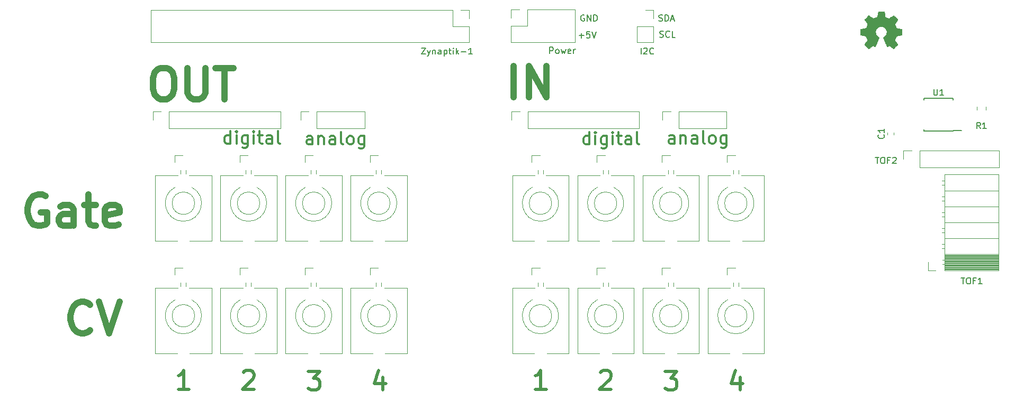
<source format=gbr>
G04 #@! TF.GenerationSoftware,KiCad,Pcbnew,5.1.6-c6e7f7d~87~ubuntu18.04.1*
G04 #@! TF.CreationDate,2021-01-10T02:12:58+01:00*
G04 #@! TF.ProjectId,ZynFace,5a796e46-6163-4652-9e6b-696361645f70,rev?*
G04 #@! TF.SameCoordinates,Original*
G04 #@! TF.FileFunction,Legend,Top*
G04 #@! TF.FilePolarity,Positive*
%FSLAX46Y46*%
G04 Gerber Fmt 4.6, Leading zero omitted, Abs format (unit mm)*
G04 Created by KiCad (PCBNEW 5.1.6-c6e7f7d~87~ubuntu18.04.1) date 2021-01-10 02:12:58*
%MOMM*%
%LPD*%
G01*
G04 APERTURE LIST*
%ADD10C,0.350000*%
%ADD11C,0.500000*%
%ADD12C,1.000000*%
%ADD13C,0.010000*%
%ADD14C,0.120000*%
%ADD15C,0.150000*%
G04 APERTURE END LIST*
D10*
X131371428Y-53004761D02*
X131371428Y-51004761D01*
X131371428Y-52909523D02*
X131180952Y-53004761D01*
X130800000Y-53004761D01*
X130609523Y-52909523D01*
X130514285Y-52814285D01*
X130419047Y-52623809D01*
X130419047Y-52052380D01*
X130514285Y-51861904D01*
X130609523Y-51766666D01*
X130800000Y-51671428D01*
X131180952Y-51671428D01*
X131371428Y-51766666D01*
X132323809Y-53004761D02*
X132323809Y-51671428D01*
X132323809Y-51004761D02*
X132228571Y-51100000D01*
X132323809Y-51195238D01*
X132419047Y-51100000D01*
X132323809Y-51004761D01*
X132323809Y-51195238D01*
X134133333Y-51671428D02*
X134133333Y-53290476D01*
X134038095Y-53480952D01*
X133942857Y-53576190D01*
X133752380Y-53671428D01*
X133466666Y-53671428D01*
X133276190Y-53576190D01*
X134133333Y-52909523D02*
X133942857Y-53004761D01*
X133561904Y-53004761D01*
X133371428Y-52909523D01*
X133276190Y-52814285D01*
X133180952Y-52623809D01*
X133180952Y-52052380D01*
X133276190Y-51861904D01*
X133371428Y-51766666D01*
X133561904Y-51671428D01*
X133942857Y-51671428D01*
X134133333Y-51766666D01*
X135085714Y-53004761D02*
X135085714Y-51671428D01*
X135085714Y-51004761D02*
X134990476Y-51100000D01*
X135085714Y-51195238D01*
X135180952Y-51100000D01*
X135085714Y-51004761D01*
X135085714Y-51195238D01*
X135752380Y-51671428D02*
X136514285Y-51671428D01*
X136038095Y-51004761D02*
X136038095Y-52719047D01*
X136133333Y-52909523D01*
X136323809Y-53004761D01*
X136514285Y-53004761D01*
X138038095Y-53004761D02*
X138038095Y-51957142D01*
X137942857Y-51766666D01*
X137752380Y-51671428D01*
X137371428Y-51671428D01*
X137180952Y-51766666D01*
X138038095Y-52909523D02*
X137847619Y-53004761D01*
X137371428Y-53004761D01*
X137180952Y-52909523D01*
X137085714Y-52719047D01*
X137085714Y-52528571D01*
X137180952Y-52338095D01*
X137371428Y-52242857D01*
X137847619Y-52242857D01*
X138038095Y-52147619D01*
X139276190Y-53004761D02*
X139085714Y-52909523D01*
X138990476Y-52719047D01*
X138990476Y-51004761D01*
X73971428Y-52904761D02*
X73971428Y-50904761D01*
X73971428Y-52809523D02*
X73780952Y-52904761D01*
X73400000Y-52904761D01*
X73209523Y-52809523D01*
X73114285Y-52714285D01*
X73019047Y-52523809D01*
X73019047Y-51952380D01*
X73114285Y-51761904D01*
X73209523Y-51666666D01*
X73400000Y-51571428D01*
X73780952Y-51571428D01*
X73971428Y-51666666D01*
X74923809Y-52904761D02*
X74923809Y-51571428D01*
X74923809Y-50904761D02*
X74828571Y-51000000D01*
X74923809Y-51095238D01*
X75019047Y-51000000D01*
X74923809Y-50904761D01*
X74923809Y-51095238D01*
X76733333Y-51571428D02*
X76733333Y-53190476D01*
X76638095Y-53380952D01*
X76542857Y-53476190D01*
X76352380Y-53571428D01*
X76066666Y-53571428D01*
X75876190Y-53476190D01*
X76733333Y-52809523D02*
X76542857Y-52904761D01*
X76161904Y-52904761D01*
X75971428Y-52809523D01*
X75876190Y-52714285D01*
X75780952Y-52523809D01*
X75780952Y-51952380D01*
X75876190Y-51761904D01*
X75971428Y-51666666D01*
X76161904Y-51571428D01*
X76542857Y-51571428D01*
X76733333Y-51666666D01*
X77685714Y-52904761D02*
X77685714Y-51571428D01*
X77685714Y-50904761D02*
X77590476Y-51000000D01*
X77685714Y-51095238D01*
X77780952Y-51000000D01*
X77685714Y-50904761D01*
X77685714Y-51095238D01*
X78352380Y-51571428D02*
X79114285Y-51571428D01*
X78638095Y-50904761D02*
X78638095Y-52619047D01*
X78733333Y-52809523D01*
X78923809Y-52904761D01*
X79114285Y-52904761D01*
X80638095Y-52904761D02*
X80638095Y-51857142D01*
X80542857Y-51666666D01*
X80352380Y-51571428D01*
X79971428Y-51571428D01*
X79780952Y-51666666D01*
X80638095Y-52809523D02*
X80447619Y-52904761D01*
X79971428Y-52904761D01*
X79780952Y-52809523D01*
X79685714Y-52619047D01*
X79685714Y-52428571D01*
X79780952Y-52238095D01*
X79971428Y-52142857D01*
X80447619Y-52142857D01*
X80638095Y-52047619D01*
X81876190Y-52904761D02*
X81685714Y-52809523D01*
X81590476Y-52619047D01*
X81590476Y-50904761D01*
X87085714Y-53004761D02*
X87085714Y-51957142D01*
X86990476Y-51766666D01*
X86800000Y-51671428D01*
X86419047Y-51671428D01*
X86228571Y-51766666D01*
X87085714Y-52909523D02*
X86895238Y-53004761D01*
X86419047Y-53004761D01*
X86228571Y-52909523D01*
X86133333Y-52719047D01*
X86133333Y-52528571D01*
X86228571Y-52338095D01*
X86419047Y-52242857D01*
X86895238Y-52242857D01*
X87085714Y-52147619D01*
X88038095Y-51671428D02*
X88038095Y-53004761D01*
X88038095Y-51861904D02*
X88133333Y-51766666D01*
X88323809Y-51671428D01*
X88609523Y-51671428D01*
X88800000Y-51766666D01*
X88895238Y-51957142D01*
X88895238Y-53004761D01*
X90704761Y-53004761D02*
X90704761Y-51957142D01*
X90609523Y-51766666D01*
X90419047Y-51671428D01*
X90038095Y-51671428D01*
X89847619Y-51766666D01*
X90704761Y-52909523D02*
X90514285Y-53004761D01*
X90038095Y-53004761D01*
X89847619Y-52909523D01*
X89752380Y-52719047D01*
X89752380Y-52528571D01*
X89847619Y-52338095D01*
X90038095Y-52242857D01*
X90514285Y-52242857D01*
X90704761Y-52147619D01*
X91942857Y-53004761D02*
X91752380Y-52909523D01*
X91657142Y-52719047D01*
X91657142Y-51004761D01*
X92990476Y-53004761D02*
X92800000Y-52909523D01*
X92704761Y-52814285D01*
X92609523Y-52623809D01*
X92609523Y-52052380D01*
X92704761Y-51861904D01*
X92800000Y-51766666D01*
X92990476Y-51671428D01*
X93276190Y-51671428D01*
X93466666Y-51766666D01*
X93561904Y-51861904D01*
X93657142Y-52052380D01*
X93657142Y-52623809D01*
X93561904Y-52814285D01*
X93466666Y-52909523D01*
X93276190Y-53004761D01*
X92990476Y-53004761D01*
X95371428Y-51671428D02*
X95371428Y-53290476D01*
X95276190Y-53480952D01*
X95180952Y-53576190D01*
X94990476Y-53671428D01*
X94704761Y-53671428D01*
X94514285Y-53576190D01*
X95371428Y-52909523D02*
X95180952Y-53004761D01*
X94800000Y-53004761D01*
X94609523Y-52909523D01*
X94514285Y-52814285D01*
X94419047Y-52623809D01*
X94419047Y-52052380D01*
X94514285Y-51861904D01*
X94609523Y-51766666D01*
X94800000Y-51671428D01*
X95180952Y-51671428D01*
X95371428Y-51766666D01*
X144985714Y-52904761D02*
X144985714Y-51857142D01*
X144890476Y-51666666D01*
X144700000Y-51571428D01*
X144319047Y-51571428D01*
X144128571Y-51666666D01*
X144985714Y-52809523D02*
X144795238Y-52904761D01*
X144319047Y-52904761D01*
X144128571Y-52809523D01*
X144033333Y-52619047D01*
X144033333Y-52428571D01*
X144128571Y-52238095D01*
X144319047Y-52142857D01*
X144795238Y-52142857D01*
X144985714Y-52047619D01*
X145938095Y-51571428D02*
X145938095Y-52904761D01*
X145938095Y-51761904D02*
X146033333Y-51666666D01*
X146223809Y-51571428D01*
X146509523Y-51571428D01*
X146700000Y-51666666D01*
X146795238Y-51857142D01*
X146795238Y-52904761D01*
X148604761Y-52904761D02*
X148604761Y-51857142D01*
X148509523Y-51666666D01*
X148319047Y-51571428D01*
X147938095Y-51571428D01*
X147747619Y-51666666D01*
X148604761Y-52809523D02*
X148414285Y-52904761D01*
X147938095Y-52904761D01*
X147747619Y-52809523D01*
X147652380Y-52619047D01*
X147652380Y-52428571D01*
X147747619Y-52238095D01*
X147938095Y-52142857D01*
X148414285Y-52142857D01*
X148604761Y-52047619D01*
X149842857Y-52904761D02*
X149652380Y-52809523D01*
X149557142Y-52619047D01*
X149557142Y-50904761D01*
X150890476Y-52904761D02*
X150700000Y-52809523D01*
X150604761Y-52714285D01*
X150509523Y-52523809D01*
X150509523Y-51952380D01*
X150604761Y-51761904D01*
X150700000Y-51666666D01*
X150890476Y-51571428D01*
X151176190Y-51571428D01*
X151366666Y-51666666D01*
X151461904Y-51761904D01*
X151557142Y-51952380D01*
X151557142Y-52523809D01*
X151461904Y-52714285D01*
X151366666Y-52809523D01*
X151176190Y-52904761D01*
X150890476Y-52904761D01*
X153271428Y-51571428D02*
X153271428Y-53190476D01*
X153176190Y-53380952D01*
X153080952Y-53476190D01*
X152890476Y-53571428D01*
X152604761Y-53571428D01*
X152414285Y-53476190D01*
X153271428Y-52809523D02*
X153080952Y-52904761D01*
X152700000Y-52904761D01*
X152509523Y-52809523D01*
X152414285Y-52714285D01*
X152319047Y-52523809D01*
X152319047Y-51952380D01*
X152414285Y-51761904D01*
X152509523Y-51666666D01*
X152700000Y-51571428D01*
X153080952Y-51571428D01*
X153271428Y-51666666D01*
D11*
X155471428Y-90357142D02*
X155471428Y-92357142D01*
X154757142Y-89214285D02*
X154042857Y-91357142D01*
X155900000Y-91357142D01*
X124457142Y-92257142D02*
X122742857Y-92257142D01*
X123600000Y-92257142D02*
X123600000Y-89257142D01*
X123314285Y-89685714D01*
X123028571Y-89971428D01*
X122742857Y-90114285D01*
X143500000Y-89357142D02*
X145357142Y-89357142D01*
X144357142Y-90500000D01*
X144785714Y-90500000D01*
X145071428Y-90642857D01*
X145214285Y-90785714D01*
X145357142Y-91071428D01*
X145357142Y-91785714D01*
X145214285Y-92071428D01*
X145071428Y-92214285D01*
X144785714Y-92357142D01*
X143928571Y-92357142D01*
X143642857Y-92214285D01*
X143500000Y-92071428D01*
X133142857Y-89542857D02*
X133285714Y-89400000D01*
X133571428Y-89257142D01*
X134285714Y-89257142D01*
X134571428Y-89400000D01*
X134714285Y-89542857D01*
X134857142Y-89828571D01*
X134857142Y-90114285D01*
X134714285Y-90542857D01*
X133000000Y-92257142D01*
X134857142Y-92257142D01*
X98371428Y-90357142D02*
X98371428Y-92357142D01*
X97657142Y-89214285D02*
X96942857Y-91357142D01*
X98800000Y-91357142D01*
X86400000Y-89357142D02*
X88257142Y-89357142D01*
X87257142Y-90500000D01*
X87685714Y-90500000D01*
X87971428Y-90642857D01*
X88114285Y-90785714D01*
X88257142Y-91071428D01*
X88257142Y-91785714D01*
X88114285Y-92071428D01*
X87971428Y-92214285D01*
X87685714Y-92357142D01*
X86828571Y-92357142D01*
X86542857Y-92214285D01*
X86400000Y-92071428D01*
X76042857Y-89542857D02*
X76185714Y-89400000D01*
X76471428Y-89257142D01*
X77185714Y-89257142D01*
X77471428Y-89400000D01*
X77614285Y-89542857D01*
X77757142Y-89828571D01*
X77757142Y-90114285D01*
X77614285Y-90542857D01*
X75900000Y-92257142D01*
X77757142Y-92257142D01*
X67357142Y-92257142D02*
X65642857Y-92257142D01*
X66500000Y-92257142D02*
X66500000Y-89257142D01*
X66214285Y-89685714D01*
X65928571Y-89971428D01*
X65642857Y-90114285D01*
D12*
X51504761Y-82785714D02*
X51266666Y-83023809D01*
X50552380Y-83261904D01*
X50076190Y-83261904D01*
X49361904Y-83023809D01*
X48885714Y-82547619D01*
X48647619Y-82071428D01*
X48409523Y-81119047D01*
X48409523Y-80404761D01*
X48647619Y-79452380D01*
X48885714Y-78976190D01*
X49361904Y-78500000D01*
X50076190Y-78261904D01*
X50552380Y-78261904D01*
X51266666Y-78500000D01*
X51504761Y-78738095D01*
X52933333Y-78261904D02*
X54600000Y-83261904D01*
X56266666Y-78261904D01*
X44376190Y-61300000D02*
X43900000Y-61061904D01*
X43185714Y-61061904D01*
X42471428Y-61300000D01*
X41995238Y-61776190D01*
X41757142Y-62252380D01*
X41519047Y-63204761D01*
X41519047Y-63919047D01*
X41757142Y-64871428D01*
X41995238Y-65347619D01*
X42471428Y-65823809D01*
X43185714Y-66061904D01*
X43661904Y-66061904D01*
X44376190Y-65823809D01*
X44614285Y-65585714D01*
X44614285Y-63919047D01*
X43661904Y-63919047D01*
X48900000Y-66061904D02*
X48900000Y-63442857D01*
X48661904Y-62966666D01*
X48185714Y-62728571D01*
X47233333Y-62728571D01*
X46757142Y-62966666D01*
X48900000Y-65823809D02*
X48423809Y-66061904D01*
X47233333Y-66061904D01*
X46757142Y-65823809D01*
X46519047Y-65347619D01*
X46519047Y-64871428D01*
X46757142Y-64395238D01*
X47233333Y-64157142D01*
X48423809Y-64157142D01*
X48900000Y-63919047D01*
X50566666Y-62728571D02*
X52471428Y-62728571D01*
X51280952Y-61061904D02*
X51280952Y-65347619D01*
X51519047Y-65823809D01*
X51995238Y-66061904D01*
X52471428Y-66061904D01*
X56042857Y-65823809D02*
X55566666Y-66061904D01*
X54614285Y-66061904D01*
X54138095Y-65823809D01*
X53899999Y-65347619D01*
X53899999Y-63442857D01*
X54138095Y-62966666D01*
X54614285Y-62728571D01*
X55566666Y-62728571D01*
X56042857Y-62966666D01*
X56280952Y-63442857D01*
X56280952Y-63919047D01*
X53899999Y-64395238D01*
X119280952Y-45461904D02*
X119280952Y-40461904D01*
X121661904Y-45461904D02*
X121661904Y-40461904D01*
X124519047Y-45461904D01*
X124519047Y-40461904D01*
X62800000Y-40761904D02*
X63752380Y-40761904D01*
X64228571Y-41000000D01*
X64704761Y-41476190D01*
X64942857Y-42428571D01*
X64942857Y-44095238D01*
X64704761Y-45047619D01*
X64228571Y-45523809D01*
X63752380Y-45761904D01*
X62800000Y-45761904D01*
X62323809Y-45523809D01*
X61847619Y-45047619D01*
X61609523Y-44095238D01*
X61609523Y-42428571D01*
X61847619Y-41476190D01*
X62323809Y-41000000D01*
X62800000Y-40761904D01*
X67085714Y-40761904D02*
X67085714Y-44809523D01*
X67323809Y-45285714D01*
X67561904Y-45523809D01*
X68038095Y-45761904D01*
X68990476Y-45761904D01*
X69466666Y-45523809D01*
X69704761Y-45285714D01*
X69942857Y-44809523D01*
X69942857Y-40761904D01*
X71609523Y-40761904D02*
X74466666Y-40761904D01*
X73038095Y-45761904D02*
X73038095Y-40761904D01*
D13*
G36*
X178555814Y-32168931D02*
G01*
X178639635Y-32613555D01*
X178948920Y-32741053D01*
X179258206Y-32868551D01*
X179629246Y-32616246D01*
X179733157Y-32545996D01*
X179827087Y-32483272D01*
X179906652Y-32430938D01*
X179967470Y-32391857D01*
X180005157Y-32368893D01*
X180015421Y-32363942D01*
X180033910Y-32376676D01*
X180073420Y-32411882D01*
X180129522Y-32465062D01*
X180197787Y-32531718D01*
X180273786Y-32607354D01*
X180353092Y-32687472D01*
X180431275Y-32767574D01*
X180503907Y-32843164D01*
X180566559Y-32909745D01*
X180614803Y-32962818D01*
X180644210Y-32997887D01*
X180651241Y-33009623D01*
X180641123Y-33031260D01*
X180612759Y-33078662D01*
X180569129Y-33147193D01*
X180513218Y-33232215D01*
X180448006Y-33329093D01*
X180410219Y-33384350D01*
X180341343Y-33485248D01*
X180280140Y-33576299D01*
X180229578Y-33652970D01*
X180192628Y-33710728D01*
X180172258Y-33745043D01*
X180169197Y-33752254D01*
X180176136Y-33772748D01*
X180195051Y-33820513D01*
X180223087Y-33888832D01*
X180257391Y-33970989D01*
X180295109Y-34060270D01*
X180333387Y-34149958D01*
X180369370Y-34233338D01*
X180400206Y-34303694D01*
X180423039Y-34354310D01*
X180435017Y-34378471D01*
X180435724Y-34379422D01*
X180454531Y-34384036D01*
X180504618Y-34394328D01*
X180580793Y-34409287D01*
X180677865Y-34427901D01*
X180790643Y-34449159D01*
X180856442Y-34461418D01*
X180976950Y-34484362D01*
X181085797Y-34506195D01*
X181177476Y-34525722D01*
X181246481Y-34541748D01*
X181287304Y-34553079D01*
X181295511Y-34556674D01*
X181303548Y-34581006D01*
X181310033Y-34635959D01*
X181314970Y-34715108D01*
X181318364Y-34812026D01*
X181320218Y-34920287D01*
X181320538Y-35033465D01*
X181319327Y-35145135D01*
X181316590Y-35248868D01*
X181312331Y-35338241D01*
X181306555Y-35406826D01*
X181299267Y-35448197D01*
X181294895Y-35456810D01*
X181268764Y-35467133D01*
X181213393Y-35481892D01*
X181136107Y-35499352D01*
X181044230Y-35517780D01*
X181012158Y-35523741D01*
X180857524Y-35552066D01*
X180735375Y-35574876D01*
X180641673Y-35593080D01*
X180572384Y-35607583D01*
X180523471Y-35619292D01*
X180490897Y-35629115D01*
X180470628Y-35637956D01*
X180458626Y-35646724D01*
X180456947Y-35648457D01*
X180440184Y-35676371D01*
X180414614Y-35730695D01*
X180382788Y-35804777D01*
X180347260Y-35891965D01*
X180310583Y-35985608D01*
X180275311Y-36079052D01*
X180243996Y-36165647D01*
X180219193Y-36238740D01*
X180203454Y-36291678D01*
X180199332Y-36317811D01*
X180199676Y-36318726D01*
X180213641Y-36340086D01*
X180245322Y-36387084D01*
X180291391Y-36454827D01*
X180348518Y-36538423D01*
X180413373Y-36632982D01*
X180431843Y-36659854D01*
X180497699Y-36757275D01*
X180555650Y-36846163D01*
X180602538Y-36921412D01*
X180635207Y-36977920D01*
X180650500Y-37010581D01*
X180651241Y-37014593D01*
X180638392Y-37035684D01*
X180602888Y-37077464D01*
X180549293Y-37135445D01*
X180482171Y-37205135D01*
X180406087Y-37282045D01*
X180325604Y-37361683D01*
X180245287Y-37439561D01*
X180169699Y-37511186D01*
X180103405Y-37572070D01*
X180050969Y-37617721D01*
X180016955Y-37643650D01*
X180007545Y-37647883D01*
X179985643Y-37637912D01*
X179940800Y-37611020D01*
X179880321Y-37571736D01*
X179833789Y-37540117D01*
X179749475Y-37482098D01*
X179649626Y-37413784D01*
X179549473Y-37345579D01*
X179495627Y-37309075D01*
X179313371Y-37185800D01*
X179160381Y-37268520D01*
X179090682Y-37304759D01*
X179031414Y-37332926D01*
X178991311Y-37348991D01*
X178981103Y-37351226D01*
X178968829Y-37334722D01*
X178944613Y-37288082D01*
X178910263Y-37215609D01*
X178867588Y-37121606D01*
X178818394Y-37010374D01*
X178764490Y-36886215D01*
X178707684Y-36753432D01*
X178649782Y-36616327D01*
X178592593Y-36479202D01*
X178537924Y-36346358D01*
X178487584Y-36222098D01*
X178443380Y-36110725D01*
X178407119Y-36016539D01*
X178380609Y-35943844D01*
X178365658Y-35896941D01*
X178363254Y-35880833D01*
X178382311Y-35860286D01*
X178424036Y-35826933D01*
X178479706Y-35787702D01*
X178484378Y-35784599D01*
X178628264Y-35669423D01*
X178744283Y-35535053D01*
X178831430Y-35385784D01*
X178888699Y-35225913D01*
X178915086Y-35059737D01*
X178909585Y-34891552D01*
X178871190Y-34725655D01*
X178798895Y-34566342D01*
X178777626Y-34531487D01*
X178666996Y-34390737D01*
X178536302Y-34277714D01*
X178390064Y-34193003D01*
X178232808Y-34137194D01*
X178069057Y-34110874D01*
X177903333Y-34114630D01*
X177740162Y-34149050D01*
X177584065Y-34214723D01*
X177439567Y-34312235D01*
X177394869Y-34351813D01*
X177281112Y-34475703D01*
X177198218Y-34606124D01*
X177141356Y-34752315D01*
X177109687Y-34897088D01*
X177101869Y-35059860D01*
X177127938Y-35223440D01*
X177185245Y-35382298D01*
X177271144Y-35530906D01*
X177382986Y-35663735D01*
X177518123Y-35775256D01*
X177535883Y-35787011D01*
X177592150Y-35825508D01*
X177634923Y-35858863D01*
X177655372Y-35880160D01*
X177655669Y-35880833D01*
X177651279Y-35903871D01*
X177633876Y-35956157D01*
X177605268Y-36033390D01*
X177567265Y-36131268D01*
X177521674Y-36245491D01*
X177470303Y-36371758D01*
X177414962Y-36505767D01*
X177357458Y-36643218D01*
X177299601Y-36779808D01*
X177243198Y-36911237D01*
X177190058Y-37033205D01*
X177141990Y-37141409D01*
X177100801Y-37231549D01*
X177068301Y-37299323D01*
X177046297Y-37340430D01*
X177037436Y-37351226D01*
X177010360Y-37342819D01*
X176959697Y-37320272D01*
X176894183Y-37287613D01*
X176858159Y-37268520D01*
X176705168Y-37185800D01*
X176522912Y-37309075D01*
X176429875Y-37372228D01*
X176328015Y-37441727D01*
X176232562Y-37507165D01*
X176184750Y-37540117D01*
X176117505Y-37585273D01*
X176060564Y-37621057D01*
X176021354Y-37642938D01*
X176008619Y-37647563D01*
X175990083Y-37635085D01*
X175949059Y-37600252D01*
X175889525Y-37546678D01*
X175815458Y-37477983D01*
X175730835Y-37397781D01*
X175677315Y-37346286D01*
X175583681Y-37254286D01*
X175502759Y-37171999D01*
X175437823Y-37102945D01*
X175392142Y-37050644D01*
X175368989Y-37018616D01*
X175366768Y-37012116D01*
X175377076Y-36987394D01*
X175405561Y-36937405D01*
X175449063Y-36867212D01*
X175504423Y-36781875D01*
X175568480Y-36686456D01*
X175586697Y-36659854D01*
X175653073Y-36563167D01*
X175712622Y-36476117D01*
X175762016Y-36403595D01*
X175797925Y-36350493D01*
X175817019Y-36321703D01*
X175818864Y-36318726D01*
X175816105Y-36295782D01*
X175801462Y-36245336D01*
X175777487Y-36174041D01*
X175746734Y-36088547D01*
X175711756Y-35995507D01*
X175675107Y-35901574D01*
X175639339Y-35813399D01*
X175607006Y-35737634D01*
X175580662Y-35680931D01*
X175562858Y-35649943D01*
X175561593Y-35648457D01*
X175550706Y-35639601D01*
X175532318Y-35630843D01*
X175502394Y-35621277D01*
X175456897Y-35609996D01*
X175391791Y-35596093D01*
X175303039Y-35578663D01*
X175186607Y-35556798D01*
X175038458Y-35529591D01*
X175006382Y-35523741D01*
X174911314Y-35505374D01*
X174828435Y-35487405D01*
X174765070Y-35471569D01*
X174728542Y-35459600D01*
X174723644Y-35456810D01*
X174715573Y-35432072D01*
X174709013Y-35376790D01*
X174703967Y-35297389D01*
X174700441Y-35200296D01*
X174698439Y-35091938D01*
X174697964Y-34978740D01*
X174699023Y-34867128D01*
X174701618Y-34763529D01*
X174705754Y-34674368D01*
X174711437Y-34606072D01*
X174718669Y-34565066D01*
X174723029Y-34556674D01*
X174747302Y-34548208D01*
X174802574Y-34534435D01*
X174883338Y-34516550D01*
X174984088Y-34495748D01*
X175099317Y-34473223D01*
X175162098Y-34461418D01*
X175281213Y-34439151D01*
X175387435Y-34418979D01*
X175475573Y-34401915D01*
X175540434Y-34388969D01*
X175576826Y-34381155D01*
X175582816Y-34379422D01*
X175592939Y-34359890D01*
X175614338Y-34312843D01*
X175644161Y-34245003D01*
X175679555Y-34163091D01*
X175717668Y-34073828D01*
X175755647Y-33983935D01*
X175790640Y-33900135D01*
X175819794Y-33829147D01*
X175840257Y-33777694D01*
X175849177Y-33752497D01*
X175849343Y-33751396D01*
X175839231Y-33731519D01*
X175810883Y-33685777D01*
X175767277Y-33618717D01*
X175711394Y-33534884D01*
X175646213Y-33438826D01*
X175608321Y-33383650D01*
X175539275Y-33282481D01*
X175477950Y-33190630D01*
X175427337Y-33112744D01*
X175390429Y-33053469D01*
X175370218Y-33017451D01*
X175367299Y-33009377D01*
X175379847Y-32990584D01*
X175414537Y-32950457D01*
X175466937Y-32893493D01*
X175532616Y-32824185D01*
X175607144Y-32747031D01*
X175686087Y-32666525D01*
X175765017Y-32587163D01*
X175839500Y-32513440D01*
X175905106Y-32449852D01*
X175957404Y-32400894D01*
X175991961Y-32371061D01*
X176003522Y-32363942D01*
X176022346Y-32373953D01*
X176067369Y-32402078D01*
X176134213Y-32445454D01*
X176218501Y-32501218D01*
X176315856Y-32566506D01*
X176389293Y-32616246D01*
X176760333Y-32868551D01*
X177378905Y-32613555D01*
X177462725Y-32168931D01*
X177546546Y-31724307D01*
X178471994Y-31724307D01*
X178555814Y-32168931D01*
G37*
X178555814Y-32168931D02*
X178639635Y-32613555D01*
X178948920Y-32741053D01*
X179258206Y-32868551D01*
X179629246Y-32616246D01*
X179733157Y-32545996D01*
X179827087Y-32483272D01*
X179906652Y-32430938D01*
X179967470Y-32391857D01*
X180005157Y-32368893D01*
X180015421Y-32363942D01*
X180033910Y-32376676D01*
X180073420Y-32411882D01*
X180129522Y-32465062D01*
X180197787Y-32531718D01*
X180273786Y-32607354D01*
X180353092Y-32687472D01*
X180431275Y-32767574D01*
X180503907Y-32843164D01*
X180566559Y-32909745D01*
X180614803Y-32962818D01*
X180644210Y-32997887D01*
X180651241Y-33009623D01*
X180641123Y-33031260D01*
X180612759Y-33078662D01*
X180569129Y-33147193D01*
X180513218Y-33232215D01*
X180448006Y-33329093D01*
X180410219Y-33384350D01*
X180341343Y-33485248D01*
X180280140Y-33576299D01*
X180229578Y-33652970D01*
X180192628Y-33710728D01*
X180172258Y-33745043D01*
X180169197Y-33752254D01*
X180176136Y-33772748D01*
X180195051Y-33820513D01*
X180223087Y-33888832D01*
X180257391Y-33970989D01*
X180295109Y-34060270D01*
X180333387Y-34149958D01*
X180369370Y-34233338D01*
X180400206Y-34303694D01*
X180423039Y-34354310D01*
X180435017Y-34378471D01*
X180435724Y-34379422D01*
X180454531Y-34384036D01*
X180504618Y-34394328D01*
X180580793Y-34409287D01*
X180677865Y-34427901D01*
X180790643Y-34449159D01*
X180856442Y-34461418D01*
X180976950Y-34484362D01*
X181085797Y-34506195D01*
X181177476Y-34525722D01*
X181246481Y-34541748D01*
X181287304Y-34553079D01*
X181295511Y-34556674D01*
X181303548Y-34581006D01*
X181310033Y-34635959D01*
X181314970Y-34715108D01*
X181318364Y-34812026D01*
X181320218Y-34920287D01*
X181320538Y-35033465D01*
X181319327Y-35145135D01*
X181316590Y-35248868D01*
X181312331Y-35338241D01*
X181306555Y-35406826D01*
X181299267Y-35448197D01*
X181294895Y-35456810D01*
X181268764Y-35467133D01*
X181213393Y-35481892D01*
X181136107Y-35499352D01*
X181044230Y-35517780D01*
X181012158Y-35523741D01*
X180857524Y-35552066D01*
X180735375Y-35574876D01*
X180641673Y-35593080D01*
X180572384Y-35607583D01*
X180523471Y-35619292D01*
X180490897Y-35629115D01*
X180470628Y-35637956D01*
X180458626Y-35646724D01*
X180456947Y-35648457D01*
X180440184Y-35676371D01*
X180414614Y-35730695D01*
X180382788Y-35804777D01*
X180347260Y-35891965D01*
X180310583Y-35985608D01*
X180275311Y-36079052D01*
X180243996Y-36165647D01*
X180219193Y-36238740D01*
X180203454Y-36291678D01*
X180199332Y-36317811D01*
X180199676Y-36318726D01*
X180213641Y-36340086D01*
X180245322Y-36387084D01*
X180291391Y-36454827D01*
X180348518Y-36538423D01*
X180413373Y-36632982D01*
X180431843Y-36659854D01*
X180497699Y-36757275D01*
X180555650Y-36846163D01*
X180602538Y-36921412D01*
X180635207Y-36977920D01*
X180650500Y-37010581D01*
X180651241Y-37014593D01*
X180638392Y-37035684D01*
X180602888Y-37077464D01*
X180549293Y-37135445D01*
X180482171Y-37205135D01*
X180406087Y-37282045D01*
X180325604Y-37361683D01*
X180245287Y-37439561D01*
X180169699Y-37511186D01*
X180103405Y-37572070D01*
X180050969Y-37617721D01*
X180016955Y-37643650D01*
X180007545Y-37647883D01*
X179985643Y-37637912D01*
X179940800Y-37611020D01*
X179880321Y-37571736D01*
X179833789Y-37540117D01*
X179749475Y-37482098D01*
X179649626Y-37413784D01*
X179549473Y-37345579D01*
X179495627Y-37309075D01*
X179313371Y-37185800D01*
X179160381Y-37268520D01*
X179090682Y-37304759D01*
X179031414Y-37332926D01*
X178991311Y-37348991D01*
X178981103Y-37351226D01*
X178968829Y-37334722D01*
X178944613Y-37288082D01*
X178910263Y-37215609D01*
X178867588Y-37121606D01*
X178818394Y-37010374D01*
X178764490Y-36886215D01*
X178707684Y-36753432D01*
X178649782Y-36616327D01*
X178592593Y-36479202D01*
X178537924Y-36346358D01*
X178487584Y-36222098D01*
X178443380Y-36110725D01*
X178407119Y-36016539D01*
X178380609Y-35943844D01*
X178365658Y-35896941D01*
X178363254Y-35880833D01*
X178382311Y-35860286D01*
X178424036Y-35826933D01*
X178479706Y-35787702D01*
X178484378Y-35784599D01*
X178628264Y-35669423D01*
X178744283Y-35535053D01*
X178831430Y-35385784D01*
X178888699Y-35225913D01*
X178915086Y-35059737D01*
X178909585Y-34891552D01*
X178871190Y-34725655D01*
X178798895Y-34566342D01*
X178777626Y-34531487D01*
X178666996Y-34390737D01*
X178536302Y-34277714D01*
X178390064Y-34193003D01*
X178232808Y-34137194D01*
X178069057Y-34110874D01*
X177903333Y-34114630D01*
X177740162Y-34149050D01*
X177584065Y-34214723D01*
X177439567Y-34312235D01*
X177394869Y-34351813D01*
X177281112Y-34475703D01*
X177198218Y-34606124D01*
X177141356Y-34752315D01*
X177109687Y-34897088D01*
X177101869Y-35059860D01*
X177127938Y-35223440D01*
X177185245Y-35382298D01*
X177271144Y-35530906D01*
X177382986Y-35663735D01*
X177518123Y-35775256D01*
X177535883Y-35787011D01*
X177592150Y-35825508D01*
X177634923Y-35858863D01*
X177655372Y-35880160D01*
X177655669Y-35880833D01*
X177651279Y-35903871D01*
X177633876Y-35956157D01*
X177605268Y-36033390D01*
X177567265Y-36131268D01*
X177521674Y-36245491D01*
X177470303Y-36371758D01*
X177414962Y-36505767D01*
X177357458Y-36643218D01*
X177299601Y-36779808D01*
X177243198Y-36911237D01*
X177190058Y-37033205D01*
X177141990Y-37141409D01*
X177100801Y-37231549D01*
X177068301Y-37299323D01*
X177046297Y-37340430D01*
X177037436Y-37351226D01*
X177010360Y-37342819D01*
X176959697Y-37320272D01*
X176894183Y-37287613D01*
X176858159Y-37268520D01*
X176705168Y-37185800D01*
X176522912Y-37309075D01*
X176429875Y-37372228D01*
X176328015Y-37441727D01*
X176232562Y-37507165D01*
X176184750Y-37540117D01*
X176117505Y-37585273D01*
X176060564Y-37621057D01*
X176021354Y-37642938D01*
X176008619Y-37647563D01*
X175990083Y-37635085D01*
X175949059Y-37600252D01*
X175889525Y-37546678D01*
X175815458Y-37477983D01*
X175730835Y-37397781D01*
X175677315Y-37346286D01*
X175583681Y-37254286D01*
X175502759Y-37171999D01*
X175437823Y-37102945D01*
X175392142Y-37050644D01*
X175368989Y-37018616D01*
X175366768Y-37012116D01*
X175377076Y-36987394D01*
X175405561Y-36937405D01*
X175449063Y-36867212D01*
X175504423Y-36781875D01*
X175568480Y-36686456D01*
X175586697Y-36659854D01*
X175653073Y-36563167D01*
X175712622Y-36476117D01*
X175762016Y-36403595D01*
X175797925Y-36350493D01*
X175817019Y-36321703D01*
X175818864Y-36318726D01*
X175816105Y-36295782D01*
X175801462Y-36245336D01*
X175777487Y-36174041D01*
X175746734Y-36088547D01*
X175711756Y-35995507D01*
X175675107Y-35901574D01*
X175639339Y-35813399D01*
X175607006Y-35737634D01*
X175580662Y-35680931D01*
X175562858Y-35649943D01*
X175561593Y-35648457D01*
X175550706Y-35639601D01*
X175532318Y-35630843D01*
X175502394Y-35621277D01*
X175456897Y-35609996D01*
X175391791Y-35596093D01*
X175303039Y-35578663D01*
X175186607Y-35556798D01*
X175038458Y-35529591D01*
X175006382Y-35523741D01*
X174911314Y-35505374D01*
X174828435Y-35487405D01*
X174765070Y-35471569D01*
X174728542Y-35459600D01*
X174723644Y-35456810D01*
X174715573Y-35432072D01*
X174709013Y-35376790D01*
X174703967Y-35297389D01*
X174700441Y-35200296D01*
X174698439Y-35091938D01*
X174697964Y-34978740D01*
X174699023Y-34867128D01*
X174701618Y-34763529D01*
X174705754Y-34674368D01*
X174711437Y-34606072D01*
X174718669Y-34565066D01*
X174723029Y-34556674D01*
X174747302Y-34548208D01*
X174802574Y-34534435D01*
X174883338Y-34516550D01*
X174984088Y-34495748D01*
X175099317Y-34473223D01*
X175162098Y-34461418D01*
X175281213Y-34439151D01*
X175387435Y-34418979D01*
X175475573Y-34401915D01*
X175540434Y-34388969D01*
X175576826Y-34381155D01*
X175582816Y-34379422D01*
X175592939Y-34359890D01*
X175614338Y-34312843D01*
X175644161Y-34245003D01*
X175679555Y-34163091D01*
X175717668Y-34073828D01*
X175755647Y-33983935D01*
X175790640Y-33900135D01*
X175819794Y-33829147D01*
X175840257Y-33777694D01*
X175849177Y-33752497D01*
X175849343Y-33751396D01*
X175839231Y-33731519D01*
X175810883Y-33685777D01*
X175767277Y-33618717D01*
X175711394Y-33534884D01*
X175646213Y-33438826D01*
X175608321Y-33383650D01*
X175539275Y-33282481D01*
X175477950Y-33190630D01*
X175427337Y-33112744D01*
X175390429Y-33053469D01*
X175370218Y-33017451D01*
X175367299Y-33009377D01*
X175379847Y-32990584D01*
X175414537Y-32950457D01*
X175466937Y-32893493D01*
X175532616Y-32824185D01*
X175607144Y-32747031D01*
X175686087Y-32666525D01*
X175765017Y-32587163D01*
X175839500Y-32513440D01*
X175905106Y-32449852D01*
X175957404Y-32400894D01*
X175991961Y-32371061D01*
X176003522Y-32363942D01*
X176022346Y-32373953D01*
X176067369Y-32402078D01*
X176134213Y-32445454D01*
X176218501Y-32501218D01*
X176315856Y-32566506D01*
X176389293Y-32616246D01*
X176760333Y-32868551D01*
X177378905Y-32613555D01*
X177462725Y-32168931D01*
X177546546Y-31724307D01*
X178471994Y-31724307D01*
X178555814Y-32168931D01*
D14*
X122140000Y-72820000D02*
X123460000Y-72820000D01*
X122140000Y-72820000D02*
X122140000Y-73920000D01*
X123960000Y-75200000D02*
X123960000Y-75800000D01*
X123120000Y-75200000D02*
X123120000Y-75800000D01*
X125340000Y-80480000D02*
G75*
G03*
X125340000Y-80480000I-1800000J0D01*
G01*
X122640000Y-75980000D02*
X119040000Y-75980000D01*
X128040000Y-75980000D02*
X124440000Y-75980000D01*
X122540000Y-86480000D02*
X119040000Y-86480000D01*
X128040000Y-86480000D02*
X124540000Y-86480000D01*
X128040000Y-75980000D02*
X128040000Y-86480000D01*
X119040000Y-75980000D02*
X119040000Y-86480000D01*
X122243737Y-77891423D02*
G75*
G03*
X123540000Y-83375000I1296263J-2588577D01*
G01*
X124836263Y-77891423D02*
G75*
G02*
X123540000Y-83375000I-1296263J-2588577D01*
G01*
X129454000Y-75980000D02*
X129454000Y-86480000D01*
X138454000Y-75980000D02*
X138454000Y-86480000D01*
X138454000Y-86480000D02*
X134954000Y-86480000D01*
X132954000Y-86480000D02*
X129454000Y-86480000D01*
X138454000Y-75980000D02*
X134854000Y-75980000D01*
X133054000Y-75980000D02*
X129454000Y-75980000D01*
X135754000Y-80480000D02*
G75*
G03*
X135754000Y-80480000I-1800000J0D01*
G01*
X133534000Y-75200000D02*
X133534000Y-75800000D01*
X134374000Y-75200000D02*
X134374000Y-75800000D01*
X132554000Y-72820000D02*
X132554000Y-73920000D01*
X132554000Y-72820000D02*
X133874000Y-72820000D01*
X135250263Y-77891423D02*
G75*
G02*
X133954000Y-83375000I-1296263J-2588577D01*
G01*
X132657737Y-77891423D02*
G75*
G03*
X133954000Y-83375000I1296263J-2588577D01*
G01*
X142968000Y-72820000D02*
X144288000Y-72820000D01*
X142968000Y-72820000D02*
X142968000Y-73920000D01*
X144788000Y-75200000D02*
X144788000Y-75800000D01*
X143948000Y-75200000D02*
X143948000Y-75800000D01*
X146168000Y-80480000D02*
G75*
G03*
X146168000Y-80480000I-1800000J0D01*
G01*
X143468000Y-75980000D02*
X139868000Y-75980000D01*
X148868000Y-75980000D02*
X145268000Y-75980000D01*
X143368000Y-86480000D02*
X139868000Y-86480000D01*
X148868000Y-86480000D02*
X145368000Y-86480000D01*
X148868000Y-75980000D02*
X148868000Y-86480000D01*
X139868000Y-75980000D02*
X139868000Y-86480000D01*
X143071737Y-77891423D02*
G75*
G03*
X144368000Y-83375000I1296263J-2588577D01*
G01*
X145664263Y-77891423D02*
G75*
G02*
X144368000Y-83375000I-1296263J-2588577D01*
G01*
X150282000Y-75980000D02*
X150282000Y-86480000D01*
X159282000Y-75980000D02*
X159282000Y-86480000D01*
X159282000Y-86480000D02*
X155782000Y-86480000D01*
X153782000Y-86480000D02*
X150282000Y-86480000D01*
X159282000Y-75980000D02*
X155682000Y-75980000D01*
X153882000Y-75980000D02*
X150282000Y-75980000D01*
X156582000Y-80480000D02*
G75*
G03*
X156582000Y-80480000I-1800000J0D01*
G01*
X154362000Y-75200000D02*
X154362000Y-75800000D01*
X155202000Y-75200000D02*
X155202000Y-75800000D01*
X153382000Y-72820000D02*
X153382000Y-73920000D01*
X153382000Y-72820000D02*
X154702000Y-72820000D01*
X156078263Y-77891423D02*
G75*
G02*
X154782000Y-83375000I-1296263J-2588577D01*
G01*
X153485737Y-77891423D02*
G75*
G03*
X154782000Y-83375000I1296263J-2588577D01*
G01*
X119040000Y-57946000D02*
X119040000Y-68446000D01*
X128040000Y-57946000D02*
X128040000Y-68446000D01*
X128040000Y-68446000D02*
X124540000Y-68446000D01*
X122540000Y-68446000D02*
X119040000Y-68446000D01*
X128040000Y-57946000D02*
X124440000Y-57946000D01*
X122640000Y-57946000D02*
X119040000Y-57946000D01*
X125340000Y-62446000D02*
G75*
G03*
X125340000Y-62446000I-1800000J0D01*
G01*
X123120000Y-57166000D02*
X123120000Y-57766000D01*
X123960000Y-57166000D02*
X123960000Y-57766000D01*
X122140000Y-54786000D02*
X122140000Y-55886000D01*
X122140000Y-54786000D02*
X123460000Y-54786000D01*
X124836263Y-59857423D02*
G75*
G02*
X123540000Y-65341000I-1296263J-2588577D01*
G01*
X122243737Y-59857423D02*
G75*
G03*
X123540000Y-65341000I1296263J-2588577D01*
G01*
X129454000Y-57946000D02*
X129454000Y-68446000D01*
X138454000Y-57946000D02*
X138454000Y-68446000D01*
X138454000Y-68446000D02*
X134954000Y-68446000D01*
X132954000Y-68446000D02*
X129454000Y-68446000D01*
X138454000Y-57946000D02*
X134854000Y-57946000D01*
X133054000Y-57946000D02*
X129454000Y-57946000D01*
X135754000Y-62446000D02*
G75*
G03*
X135754000Y-62446000I-1800000J0D01*
G01*
X133534000Y-57166000D02*
X133534000Y-57766000D01*
X134374000Y-57166000D02*
X134374000Y-57766000D01*
X132554000Y-54786000D02*
X132554000Y-55886000D01*
X132554000Y-54786000D02*
X133874000Y-54786000D01*
X135250263Y-59857423D02*
G75*
G02*
X133954000Y-65341000I-1296263J-2588577D01*
G01*
X132657737Y-59857423D02*
G75*
G03*
X133954000Y-65341000I1296263J-2588577D01*
G01*
X142968000Y-54786000D02*
X144288000Y-54786000D01*
X142968000Y-54786000D02*
X142968000Y-55886000D01*
X144788000Y-57166000D02*
X144788000Y-57766000D01*
X143948000Y-57166000D02*
X143948000Y-57766000D01*
X146168000Y-62446000D02*
G75*
G03*
X146168000Y-62446000I-1800000J0D01*
G01*
X143468000Y-57946000D02*
X139868000Y-57946000D01*
X148868000Y-57946000D02*
X145268000Y-57946000D01*
X143368000Y-68446000D02*
X139868000Y-68446000D01*
X148868000Y-68446000D02*
X145368000Y-68446000D01*
X148868000Y-57946000D02*
X148868000Y-68446000D01*
X139868000Y-57946000D02*
X139868000Y-68446000D01*
X143071737Y-59857423D02*
G75*
G03*
X144368000Y-65341000I1296263J-2588577D01*
G01*
X145664263Y-59857423D02*
G75*
G02*
X144368000Y-65341000I-1296263J-2588577D01*
G01*
X153382000Y-54786000D02*
X154702000Y-54786000D01*
X153382000Y-54786000D02*
X153382000Y-55886000D01*
X155202000Y-57166000D02*
X155202000Y-57766000D01*
X154362000Y-57166000D02*
X154362000Y-57766000D01*
X156582000Y-62446000D02*
G75*
G03*
X156582000Y-62446000I-1800000J0D01*
G01*
X153882000Y-57946000D02*
X150282000Y-57946000D01*
X159282000Y-57946000D02*
X155682000Y-57946000D01*
X153782000Y-68446000D02*
X150282000Y-68446000D01*
X159282000Y-68446000D02*
X155782000Y-68446000D01*
X159282000Y-57946000D02*
X159282000Y-68446000D01*
X150282000Y-57946000D02*
X150282000Y-68446000D01*
X153485737Y-59857423D02*
G75*
G03*
X154782000Y-65341000I1296263J-2588577D01*
G01*
X156078263Y-59857423D02*
G75*
G02*
X154782000Y-65341000I-1296263J-2588577D01*
G01*
X194766000Y-47505252D02*
X194766000Y-46982748D01*
X193346000Y-47505252D02*
X193346000Y-46982748D01*
X112130000Y-31470000D02*
X112130000Y-32800000D01*
X110800000Y-31470000D02*
X112130000Y-31470000D01*
X112130000Y-34070000D02*
X112130000Y-36670000D01*
X109530000Y-34070000D02*
X112130000Y-34070000D01*
X109530000Y-31470000D02*
X109530000Y-34070000D01*
X112130000Y-36670000D02*
X61210000Y-36670000D01*
X109530000Y-31470000D02*
X61210000Y-31470000D01*
X61210000Y-31470000D02*
X61210000Y-36670000D01*
D15*
X189523000Y-50760000D02*
X190873000Y-50760000D01*
X189523000Y-45635000D02*
X184873000Y-45635000D01*
X189523000Y-50885000D02*
X184873000Y-50885000D01*
X189523000Y-45635000D02*
X189523000Y-45860000D01*
X184873000Y-45635000D02*
X184873000Y-45860000D01*
X184873000Y-50885000D02*
X184873000Y-50660000D01*
X189523000Y-50885000D02*
X189523000Y-50760000D01*
D14*
X186690000Y-73212000D02*
X185580000Y-73212000D01*
X185580000Y-73212000D02*
X185580000Y-71882000D01*
X196780000Y-73212000D02*
X196780000Y-57852000D01*
X196780000Y-57852000D02*
X188150000Y-57852000D01*
X188150000Y-73212000D02*
X188150000Y-57852000D01*
X196780000Y-73212000D02*
X188150000Y-73212000D01*
X196780000Y-60452000D02*
X188150000Y-60452000D01*
X196780000Y-62992000D02*
X188150000Y-62992000D01*
X196780000Y-65532000D02*
X188150000Y-65532000D01*
X196780000Y-68072000D02*
X188150000Y-68072000D01*
X196780000Y-70612000D02*
X188150000Y-70612000D01*
X188150000Y-58822000D02*
X187740000Y-58822000D01*
X188150000Y-59542000D02*
X187740000Y-59542000D01*
X188150000Y-61362000D02*
X187740000Y-61362000D01*
X188150000Y-62082000D02*
X187740000Y-62082000D01*
X188150000Y-63902000D02*
X187740000Y-63902000D01*
X188150000Y-64622000D02*
X187740000Y-64622000D01*
X188150000Y-66442000D02*
X187740000Y-66442000D01*
X188150000Y-67162000D02*
X187740000Y-67162000D01*
X188150000Y-68982000D02*
X187740000Y-68982000D01*
X188150000Y-69702000D02*
X187740000Y-69702000D01*
X188150000Y-71522000D02*
X187800000Y-71522000D01*
X188150000Y-72242000D02*
X187800000Y-72242000D01*
X196780000Y-70730100D02*
X188150000Y-70730100D01*
X196780000Y-70848195D02*
X188150000Y-70848195D01*
X196780000Y-70966290D02*
X188150000Y-70966290D01*
X196780000Y-71084385D02*
X188150000Y-71084385D01*
X196780000Y-71202480D02*
X188150000Y-71202480D01*
X196780000Y-71320575D02*
X188150000Y-71320575D01*
X196780000Y-71438670D02*
X188150000Y-71438670D01*
X196780000Y-71556765D02*
X188150000Y-71556765D01*
X196780000Y-71674860D02*
X188150000Y-71674860D01*
X196780000Y-71792955D02*
X188150000Y-71792955D01*
X196780000Y-71911050D02*
X188150000Y-71911050D01*
X196780000Y-72029145D02*
X188150000Y-72029145D01*
X196780000Y-72147240D02*
X188150000Y-72147240D01*
X196780000Y-72265335D02*
X188150000Y-72265335D01*
X196780000Y-72383430D02*
X188150000Y-72383430D01*
X196780000Y-72501525D02*
X188150000Y-72501525D01*
X196780000Y-72619620D02*
X188150000Y-72619620D01*
X196780000Y-72737715D02*
X188150000Y-72737715D01*
X196780000Y-72855810D02*
X188150000Y-72855810D01*
X196780000Y-72973905D02*
X188150000Y-72973905D01*
X196780000Y-73092000D02*
X188150000Y-73092000D01*
X181550000Y-55372000D02*
X181550000Y-54042000D01*
X181550000Y-54042000D02*
X182880000Y-54042000D01*
X184150000Y-54042000D02*
X196910000Y-54042000D01*
X196910000Y-56702000D02*
X196910000Y-54042000D01*
X184150000Y-56702000D02*
X196910000Y-56702000D01*
X184150000Y-56702000D02*
X184150000Y-54042000D01*
X145638000Y-50438000D02*
X145638000Y-47778000D01*
X145638000Y-50438000D02*
X153318000Y-50438000D01*
X153318000Y-50438000D02*
X153318000Y-47778000D01*
X145638000Y-47778000D02*
X153318000Y-47778000D01*
X143038000Y-47778000D02*
X144368000Y-47778000D01*
X143038000Y-49108000D02*
X143038000Y-47778000D01*
X85182000Y-49108000D02*
X85182000Y-47778000D01*
X85182000Y-47778000D02*
X86512000Y-47778000D01*
X87782000Y-47778000D02*
X95462000Y-47778000D01*
X95462000Y-50438000D02*
X95462000Y-47778000D01*
X87782000Y-50438000D02*
X95462000Y-50438000D01*
X87782000Y-50438000D02*
X87782000Y-47778000D01*
X118908000Y-49108000D02*
X118908000Y-47778000D01*
X118908000Y-47778000D02*
X120238000Y-47778000D01*
X121508000Y-47778000D02*
X139348000Y-47778000D01*
X139348000Y-50438000D02*
X139348000Y-47778000D01*
X121508000Y-50438000D02*
X139348000Y-50438000D01*
X121508000Y-50438000D02*
X121508000Y-47778000D01*
X64160000Y-50438000D02*
X64160000Y-47778000D01*
X64160000Y-50438000D02*
X82000000Y-50438000D01*
X82000000Y-50438000D02*
X82000000Y-47778000D01*
X64160000Y-47778000D02*
X82000000Y-47778000D01*
X61560000Y-47778000D02*
X62890000Y-47778000D01*
X61560000Y-49108000D02*
X61560000Y-47778000D01*
X118812000Y-32766000D02*
X118812000Y-31436000D01*
X118812000Y-31436000D02*
X120142000Y-31436000D01*
X118812000Y-34036000D02*
X121412000Y-34036000D01*
X121412000Y-34036000D02*
X121412000Y-31436000D01*
X121412000Y-31436000D02*
X129092000Y-31436000D01*
X129092000Y-36636000D02*
X129092000Y-31436000D01*
X118812000Y-36636000D02*
X129092000Y-36636000D01*
X118812000Y-36636000D02*
X118812000Y-34036000D01*
X61946000Y-75980000D02*
X61946000Y-86480000D01*
X70946000Y-75980000D02*
X70946000Y-86480000D01*
X70946000Y-86480000D02*
X67446000Y-86480000D01*
X65446000Y-86480000D02*
X61946000Y-86480000D01*
X70946000Y-75980000D02*
X67346000Y-75980000D01*
X65546000Y-75980000D02*
X61946000Y-75980000D01*
X68246000Y-80480000D02*
G75*
G03*
X68246000Y-80480000I-1800000J0D01*
G01*
X66026000Y-75200000D02*
X66026000Y-75800000D01*
X66866000Y-75200000D02*
X66866000Y-75800000D01*
X65046000Y-72820000D02*
X65046000Y-73920000D01*
X65046000Y-72820000D02*
X66366000Y-72820000D01*
X67742263Y-77891423D02*
G75*
G02*
X66446000Y-83375000I-1296263J-2588577D01*
G01*
X65149737Y-77891423D02*
G75*
G03*
X66446000Y-83375000I1296263J-2588577D01*
G01*
X72360000Y-75980000D02*
X72360000Y-86480000D01*
X81360000Y-75980000D02*
X81360000Y-86480000D01*
X81360000Y-86480000D02*
X77860000Y-86480000D01*
X75860000Y-86480000D02*
X72360000Y-86480000D01*
X81360000Y-75980000D02*
X77760000Y-75980000D01*
X75960000Y-75980000D02*
X72360000Y-75980000D01*
X78660000Y-80480000D02*
G75*
G03*
X78660000Y-80480000I-1800000J0D01*
G01*
X76440000Y-75200000D02*
X76440000Y-75800000D01*
X77280000Y-75200000D02*
X77280000Y-75800000D01*
X75460000Y-72820000D02*
X75460000Y-73920000D01*
X75460000Y-72820000D02*
X76780000Y-72820000D01*
X78156263Y-77891423D02*
G75*
G02*
X76860000Y-83375000I-1296263J-2588577D01*
G01*
X75563737Y-77891423D02*
G75*
G03*
X76860000Y-83375000I1296263J-2588577D01*
G01*
X82774000Y-75980000D02*
X82774000Y-86480000D01*
X91774000Y-75980000D02*
X91774000Y-86480000D01*
X91774000Y-86480000D02*
X88274000Y-86480000D01*
X86274000Y-86480000D02*
X82774000Y-86480000D01*
X91774000Y-75980000D02*
X88174000Y-75980000D01*
X86374000Y-75980000D02*
X82774000Y-75980000D01*
X89074000Y-80480000D02*
G75*
G03*
X89074000Y-80480000I-1800000J0D01*
G01*
X86854000Y-75200000D02*
X86854000Y-75800000D01*
X87694000Y-75200000D02*
X87694000Y-75800000D01*
X85874000Y-72820000D02*
X85874000Y-73920000D01*
X85874000Y-72820000D02*
X87194000Y-72820000D01*
X88570263Y-77891423D02*
G75*
G02*
X87274000Y-83375000I-1296263J-2588577D01*
G01*
X85977737Y-77891423D02*
G75*
G03*
X87274000Y-83375000I1296263J-2588577D01*
G01*
X96288000Y-72820000D02*
X97608000Y-72820000D01*
X96288000Y-72820000D02*
X96288000Y-73920000D01*
X98108000Y-75200000D02*
X98108000Y-75800000D01*
X97268000Y-75200000D02*
X97268000Y-75800000D01*
X99488000Y-80480000D02*
G75*
G03*
X99488000Y-80480000I-1800000J0D01*
G01*
X96788000Y-75980000D02*
X93188000Y-75980000D01*
X102188000Y-75980000D02*
X98588000Y-75980000D01*
X96688000Y-86480000D02*
X93188000Y-86480000D01*
X102188000Y-86480000D02*
X98688000Y-86480000D01*
X102188000Y-75980000D02*
X102188000Y-86480000D01*
X93188000Y-75980000D02*
X93188000Y-86480000D01*
X96391737Y-77891423D02*
G75*
G03*
X97688000Y-83375000I1296263J-2588577D01*
G01*
X98984263Y-77891423D02*
G75*
G02*
X97688000Y-83375000I-1296263J-2588577D01*
G01*
X65046000Y-54786000D02*
X66366000Y-54786000D01*
X65046000Y-54786000D02*
X65046000Y-55886000D01*
X66866000Y-57166000D02*
X66866000Y-57766000D01*
X66026000Y-57166000D02*
X66026000Y-57766000D01*
X68246000Y-62446000D02*
G75*
G03*
X68246000Y-62446000I-1800000J0D01*
G01*
X65546000Y-57946000D02*
X61946000Y-57946000D01*
X70946000Y-57946000D02*
X67346000Y-57946000D01*
X65446000Y-68446000D02*
X61946000Y-68446000D01*
X70946000Y-68446000D02*
X67446000Y-68446000D01*
X70946000Y-57946000D02*
X70946000Y-68446000D01*
X61946000Y-57946000D02*
X61946000Y-68446000D01*
X65149737Y-59857423D02*
G75*
G03*
X66446000Y-65341000I1296263J-2588577D01*
G01*
X67742263Y-59857423D02*
G75*
G02*
X66446000Y-65341000I-1296263J-2588577D01*
G01*
X75460000Y-54786000D02*
X76780000Y-54786000D01*
X75460000Y-54786000D02*
X75460000Y-55886000D01*
X77280000Y-57166000D02*
X77280000Y-57766000D01*
X76440000Y-57166000D02*
X76440000Y-57766000D01*
X78660000Y-62446000D02*
G75*
G03*
X78660000Y-62446000I-1800000J0D01*
G01*
X75960000Y-57946000D02*
X72360000Y-57946000D01*
X81360000Y-57946000D02*
X77760000Y-57946000D01*
X75860000Y-68446000D02*
X72360000Y-68446000D01*
X81360000Y-68446000D02*
X77860000Y-68446000D01*
X81360000Y-57946000D02*
X81360000Y-68446000D01*
X72360000Y-57946000D02*
X72360000Y-68446000D01*
X75563737Y-59857423D02*
G75*
G03*
X76860000Y-65341000I1296263J-2588577D01*
G01*
X78156263Y-59857423D02*
G75*
G02*
X76860000Y-65341000I-1296263J-2588577D01*
G01*
X82774000Y-57946000D02*
X82774000Y-68446000D01*
X91774000Y-57946000D02*
X91774000Y-68446000D01*
X91774000Y-68446000D02*
X88274000Y-68446000D01*
X86274000Y-68446000D02*
X82774000Y-68446000D01*
X91774000Y-57946000D02*
X88174000Y-57946000D01*
X86374000Y-57946000D02*
X82774000Y-57946000D01*
X89074000Y-62446000D02*
G75*
G03*
X89074000Y-62446000I-1800000J0D01*
G01*
X86854000Y-57166000D02*
X86854000Y-57766000D01*
X87694000Y-57166000D02*
X87694000Y-57766000D01*
X85874000Y-54786000D02*
X85874000Y-55886000D01*
X85874000Y-54786000D02*
X87194000Y-54786000D01*
X88570263Y-59857423D02*
G75*
G02*
X87274000Y-65341000I-1296263J-2588577D01*
G01*
X85977737Y-59857423D02*
G75*
G03*
X87274000Y-65341000I1296263J-2588577D01*
G01*
X96288000Y-54786000D02*
X97608000Y-54786000D01*
X96288000Y-54786000D02*
X96288000Y-55886000D01*
X98108000Y-57166000D02*
X98108000Y-57766000D01*
X97268000Y-57166000D02*
X97268000Y-57766000D01*
X99488000Y-62446000D02*
G75*
G03*
X99488000Y-62446000I-1800000J0D01*
G01*
X96788000Y-57946000D02*
X93188000Y-57946000D01*
X102188000Y-57946000D02*
X98588000Y-57946000D01*
X96688000Y-68446000D02*
X93188000Y-68446000D01*
X102188000Y-68446000D02*
X98688000Y-68446000D01*
X102188000Y-57946000D02*
X102188000Y-68446000D01*
X93188000Y-57946000D02*
X93188000Y-68446000D01*
X96391737Y-59857423D02*
G75*
G03*
X97688000Y-65341000I1296263J-2588577D01*
G01*
X98984263Y-59857423D02*
G75*
G02*
X97688000Y-65341000I-1296263J-2588577D01*
G01*
X178990000Y-51462779D02*
X178990000Y-51137221D01*
X180010000Y-51462779D02*
X180010000Y-51137221D01*
X140300000Y-31470000D02*
X141630000Y-31470000D01*
X141630000Y-31470000D02*
X141630000Y-32800000D01*
X141630000Y-34070000D02*
X141630000Y-36670000D01*
X138970000Y-36670000D02*
X141630000Y-36670000D01*
X138970000Y-34070000D02*
X138970000Y-36670000D01*
X138970000Y-34070000D02*
X141630000Y-34070000D01*
D15*
X193889333Y-50490380D02*
X193556000Y-50014190D01*
X193317904Y-50490380D02*
X193317904Y-49490380D01*
X193698857Y-49490380D01*
X193794095Y-49538000D01*
X193841714Y-49585619D01*
X193889333Y-49680857D01*
X193889333Y-49823714D01*
X193841714Y-49918952D01*
X193794095Y-49966571D01*
X193698857Y-50014190D01*
X193317904Y-50014190D01*
X194841714Y-50490380D02*
X194270285Y-50490380D01*
X194556000Y-50490380D02*
X194556000Y-49490380D01*
X194460761Y-49633238D01*
X194365523Y-49728476D01*
X194270285Y-49776095D01*
X104504761Y-37552380D02*
X105171428Y-37552380D01*
X104504761Y-38552380D01*
X105171428Y-38552380D01*
X105457142Y-37885714D02*
X105695238Y-38552380D01*
X105933333Y-37885714D02*
X105695238Y-38552380D01*
X105600000Y-38790476D01*
X105552380Y-38838095D01*
X105457142Y-38885714D01*
X106314285Y-37885714D02*
X106314285Y-38552380D01*
X106314285Y-37980952D02*
X106361904Y-37933333D01*
X106457142Y-37885714D01*
X106600000Y-37885714D01*
X106695238Y-37933333D01*
X106742857Y-38028571D01*
X106742857Y-38552380D01*
X107647619Y-38552380D02*
X107647619Y-38028571D01*
X107600000Y-37933333D01*
X107504761Y-37885714D01*
X107314285Y-37885714D01*
X107219047Y-37933333D01*
X107647619Y-38504761D02*
X107552380Y-38552380D01*
X107314285Y-38552380D01*
X107219047Y-38504761D01*
X107171428Y-38409523D01*
X107171428Y-38314285D01*
X107219047Y-38219047D01*
X107314285Y-38171428D01*
X107552380Y-38171428D01*
X107647619Y-38123809D01*
X108123809Y-37885714D02*
X108123809Y-38885714D01*
X108123809Y-37933333D02*
X108219047Y-37885714D01*
X108409523Y-37885714D01*
X108504761Y-37933333D01*
X108552380Y-37980952D01*
X108600000Y-38076190D01*
X108600000Y-38361904D01*
X108552380Y-38457142D01*
X108504761Y-38504761D01*
X108409523Y-38552380D01*
X108219047Y-38552380D01*
X108123809Y-38504761D01*
X108885714Y-37885714D02*
X109266666Y-37885714D01*
X109028571Y-37552380D02*
X109028571Y-38409523D01*
X109076190Y-38504761D01*
X109171428Y-38552380D01*
X109266666Y-38552380D01*
X109600000Y-38552380D02*
X109600000Y-37885714D01*
X109600000Y-37552380D02*
X109552380Y-37600000D01*
X109600000Y-37647619D01*
X109647619Y-37600000D01*
X109600000Y-37552380D01*
X109600000Y-37647619D01*
X110076190Y-38552380D02*
X110076190Y-37552380D01*
X110171428Y-38171428D02*
X110457142Y-38552380D01*
X110457142Y-37885714D02*
X110076190Y-38266666D01*
X110885714Y-38171428D02*
X111647619Y-38171428D01*
X112647619Y-38552380D02*
X112076190Y-38552380D01*
X112361904Y-38552380D02*
X112361904Y-37552380D01*
X112266666Y-37695238D01*
X112171428Y-37790476D01*
X112076190Y-37838095D01*
X186436095Y-44156380D02*
X186436095Y-44965904D01*
X186483714Y-45061142D01*
X186531333Y-45108761D01*
X186626571Y-45156380D01*
X186817047Y-45156380D01*
X186912285Y-45108761D01*
X186959904Y-45061142D01*
X187007523Y-44965904D01*
X187007523Y-44156380D01*
X188007523Y-45156380D02*
X187436095Y-45156380D01*
X187721809Y-45156380D02*
X187721809Y-44156380D01*
X187626571Y-44299238D01*
X187531333Y-44394476D01*
X187436095Y-44442095D01*
X190817714Y-74382380D02*
X191389142Y-74382380D01*
X191103428Y-75382380D02*
X191103428Y-74382380D01*
X191912952Y-74382380D02*
X192103428Y-74382380D01*
X192198666Y-74430000D01*
X192293904Y-74525238D01*
X192341523Y-74715714D01*
X192341523Y-75049047D01*
X192293904Y-75239523D01*
X192198666Y-75334761D01*
X192103428Y-75382380D01*
X191912952Y-75382380D01*
X191817714Y-75334761D01*
X191722476Y-75239523D01*
X191674857Y-75049047D01*
X191674857Y-74715714D01*
X191722476Y-74525238D01*
X191817714Y-74430000D01*
X191912952Y-74382380D01*
X193103428Y-74858571D02*
X192770095Y-74858571D01*
X192770095Y-75382380D02*
X192770095Y-74382380D01*
X193246285Y-74382380D01*
X194151047Y-75382380D02*
X193579619Y-75382380D01*
X193865333Y-75382380D02*
X193865333Y-74382380D01*
X193770095Y-74525238D01*
X193674857Y-74620476D01*
X193579619Y-74668095D01*
X177101714Y-55078380D02*
X177673142Y-55078380D01*
X177387428Y-56078380D02*
X177387428Y-55078380D01*
X178196952Y-55078380D02*
X178387428Y-55078380D01*
X178482666Y-55126000D01*
X178577904Y-55221238D01*
X178625523Y-55411714D01*
X178625523Y-55745047D01*
X178577904Y-55935523D01*
X178482666Y-56030761D01*
X178387428Y-56078380D01*
X178196952Y-56078380D01*
X178101714Y-56030761D01*
X178006476Y-55935523D01*
X177958857Y-55745047D01*
X177958857Y-55411714D01*
X178006476Y-55221238D01*
X178101714Y-55126000D01*
X178196952Y-55078380D01*
X179387428Y-55554571D02*
X179054095Y-55554571D01*
X179054095Y-56078380D02*
X179054095Y-55078380D01*
X179530285Y-55078380D01*
X179863619Y-55173619D02*
X179911238Y-55126000D01*
X180006476Y-55078380D01*
X180244571Y-55078380D01*
X180339809Y-55126000D01*
X180387428Y-55173619D01*
X180435047Y-55268857D01*
X180435047Y-55364095D01*
X180387428Y-55506952D01*
X179816000Y-56078380D01*
X180435047Y-56078380D01*
X129714285Y-35571428D02*
X130476190Y-35571428D01*
X130095238Y-35952380D02*
X130095238Y-35190476D01*
X131428571Y-34952380D02*
X130952380Y-34952380D01*
X130904761Y-35428571D01*
X130952380Y-35380952D01*
X131047619Y-35333333D01*
X131285714Y-35333333D01*
X131380952Y-35380952D01*
X131428571Y-35428571D01*
X131476190Y-35523809D01*
X131476190Y-35761904D01*
X131428571Y-35857142D01*
X131380952Y-35904761D01*
X131285714Y-35952380D01*
X131047619Y-35952380D01*
X130952380Y-35904761D01*
X130904761Y-35857142D01*
X131761904Y-34952380D02*
X132095238Y-35952380D01*
X132428571Y-34952380D01*
X130538095Y-32300000D02*
X130442857Y-32252380D01*
X130300000Y-32252380D01*
X130157142Y-32300000D01*
X130061904Y-32395238D01*
X130014285Y-32490476D01*
X129966666Y-32680952D01*
X129966666Y-32823809D01*
X130014285Y-33014285D01*
X130061904Y-33109523D01*
X130157142Y-33204761D01*
X130300000Y-33252380D01*
X130395238Y-33252380D01*
X130538095Y-33204761D01*
X130585714Y-33157142D01*
X130585714Y-32823809D01*
X130395238Y-32823809D01*
X131014285Y-33252380D02*
X131014285Y-32252380D01*
X131585714Y-33252380D01*
X131585714Y-32252380D01*
X132061904Y-33252380D02*
X132061904Y-32252380D01*
X132300000Y-32252380D01*
X132442857Y-32300000D01*
X132538095Y-32395238D01*
X132585714Y-32490476D01*
X132633333Y-32680952D01*
X132633333Y-32823809D01*
X132585714Y-33014285D01*
X132538095Y-33109523D01*
X132442857Y-33204761D01*
X132300000Y-33252380D01*
X132061904Y-33252380D01*
X125023809Y-38452380D02*
X125023809Y-37452380D01*
X125404761Y-37452380D01*
X125500000Y-37500000D01*
X125547619Y-37547619D01*
X125595238Y-37642857D01*
X125595238Y-37785714D01*
X125547619Y-37880952D01*
X125500000Y-37928571D01*
X125404761Y-37976190D01*
X125023809Y-37976190D01*
X126166666Y-38452380D02*
X126071428Y-38404761D01*
X126023809Y-38357142D01*
X125976190Y-38261904D01*
X125976190Y-37976190D01*
X126023809Y-37880952D01*
X126071428Y-37833333D01*
X126166666Y-37785714D01*
X126309523Y-37785714D01*
X126404761Y-37833333D01*
X126452380Y-37880952D01*
X126500000Y-37976190D01*
X126500000Y-38261904D01*
X126452380Y-38357142D01*
X126404761Y-38404761D01*
X126309523Y-38452380D01*
X126166666Y-38452380D01*
X126833333Y-37785714D02*
X127023809Y-38452380D01*
X127214285Y-37976190D01*
X127404761Y-38452380D01*
X127595238Y-37785714D01*
X128357142Y-38404761D02*
X128261904Y-38452380D01*
X128071428Y-38452380D01*
X127976190Y-38404761D01*
X127928571Y-38309523D01*
X127928571Y-37928571D01*
X127976190Y-37833333D01*
X128071428Y-37785714D01*
X128261904Y-37785714D01*
X128357142Y-37833333D01*
X128404761Y-37928571D01*
X128404761Y-38023809D01*
X127928571Y-38119047D01*
X128833333Y-38452380D02*
X128833333Y-37785714D01*
X128833333Y-37976190D02*
X128880952Y-37880952D01*
X128928571Y-37833333D01*
X129023809Y-37785714D01*
X129119047Y-37785714D01*
X178427142Y-51466666D02*
X178474761Y-51514285D01*
X178522380Y-51657142D01*
X178522380Y-51752380D01*
X178474761Y-51895238D01*
X178379523Y-51990476D01*
X178284285Y-52038095D01*
X178093809Y-52085714D01*
X177950952Y-52085714D01*
X177760476Y-52038095D01*
X177665238Y-51990476D01*
X177570000Y-51895238D01*
X177522380Y-51752380D01*
X177522380Y-51657142D01*
X177570000Y-51514285D01*
X177617619Y-51466666D01*
X178522380Y-50514285D02*
X178522380Y-51085714D01*
X178522380Y-50800000D02*
X177522380Y-50800000D01*
X177665238Y-50895238D01*
X177760476Y-50990476D01*
X177808095Y-51085714D01*
X139623809Y-38552380D02*
X139623809Y-37552380D01*
X140052380Y-37647619D02*
X140100000Y-37600000D01*
X140195238Y-37552380D01*
X140433333Y-37552380D01*
X140528571Y-37600000D01*
X140576190Y-37647619D01*
X140623809Y-37742857D01*
X140623809Y-37838095D01*
X140576190Y-37980952D01*
X140004761Y-38552380D01*
X140623809Y-38552380D01*
X141623809Y-38457142D02*
X141576190Y-38504761D01*
X141433333Y-38552380D01*
X141338095Y-38552380D01*
X141195238Y-38504761D01*
X141100000Y-38409523D01*
X141052380Y-38314285D01*
X141004761Y-38123809D01*
X141004761Y-37980952D01*
X141052380Y-37790476D01*
X141100000Y-37695238D01*
X141195238Y-37600000D01*
X141338095Y-37552380D01*
X141433333Y-37552380D01*
X141576190Y-37600000D01*
X141623809Y-37647619D01*
X142485714Y-33204761D02*
X142628571Y-33252380D01*
X142866666Y-33252380D01*
X142961904Y-33204761D01*
X143009523Y-33157142D01*
X143057142Y-33061904D01*
X143057142Y-32966666D01*
X143009523Y-32871428D01*
X142961904Y-32823809D01*
X142866666Y-32776190D01*
X142676190Y-32728571D01*
X142580952Y-32680952D01*
X142533333Y-32633333D01*
X142485714Y-32538095D01*
X142485714Y-32442857D01*
X142533333Y-32347619D01*
X142580952Y-32300000D01*
X142676190Y-32252380D01*
X142914285Y-32252380D01*
X143057142Y-32300000D01*
X143485714Y-33252380D02*
X143485714Y-32252380D01*
X143723809Y-32252380D01*
X143866666Y-32300000D01*
X143961904Y-32395238D01*
X144009523Y-32490476D01*
X144057142Y-32680952D01*
X144057142Y-32823809D01*
X144009523Y-33014285D01*
X143961904Y-33109523D01*
X143866666Y-33204761D01*
X143723809Y-33252380D01*
X143485714Y-33252380D01*
X144438095Y-32966666D02*
X144914285Y-32966666D01*
X144342857Y-33252380D02*
X144676190Y-32252380D01*
X145009523Y-33252380D01*
X142609523Y-35804761D02*
X142752380Y-35852380D01*
X142990476Y-35852380D01*
X143085714Y-35804761D01*
X143133333Y-35757142D01*
X143180952Y-35661904D01*
X143180952Y-35566666D01*
X143133333Y-35471428D01*
X143085714Y-35423809D01*
X142990476Y-35376190D01*
X142800000Y-35328571D01*
X142704761Y-35280952D01*
X142657142Y-35233333D01*
X142609523Y-35138095D01*
X142609523Y-35042857D01*
X142657142Y-34947619D01*
X142704761Y-34900000D01*
X142800000Y-34852380D01*
X143038095Y-34852380D01*
X143180952Y-34900000D01*
X144180952Y-35757142D02*
X144133333Y-35804761D01*
X143990476Y-35852380D01*
X143895238Y-35852380D01*
X143752380Y-35804761D01*
X143657142Y-35709523D01*
X143609523Y-35614285D01*
X143561904Y-35423809D01*
X143561904Y-35280952D01*
X143609523Y-35090476D01*
X143657142Y-34995238D01*
X143752380Y-34900000D01*
X143895238Y-34852380D01*
X143990476Y-34852380D01*
X144133333Y-34900000D01*
X144180952Y-34947619D01*
X145085714Y-35852380D02*
X144609523Y-35852380D01*
X144609523Y-34852380D01*
M02*

</source>
